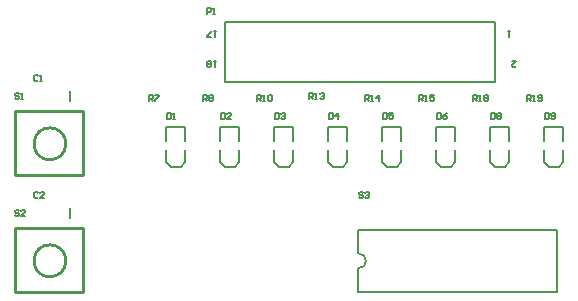
<source format=gto>
G04*
G04 #@! TF.GenerationSoftware,Altium Limited,Altium Designer,24.5.2 (23)*
G04*
G04 Layer_Color=65535*
%FSLAX44Y44*%
%MOMM*%
G71*
G04*
G04 #@! TF.SameCoordinates,B26EB2D3-40D5-4C0D-8AB9-A0D858DAE7C2*
G04*
G04*
G04 #@! TF.FilePolarity,Positive*
G04*
G01*
G75*
%ADD10C,0.2540*%
%ADD11C,0.2000*%
%ADD12C,0.1270*%
D10*
X86652Y169418D02*
G03*
X86652Y169418I-13500J0D01*
G01*
Y70358D02*
G03*
X86652Y70358I-13500J0D01*
G01*
X101092Y142748D02*
Y197358D01*
X43942D02*
X101092D01*
X43942Y142748D02*
Y197358D01*
Y142748D02*
X101092D01*
Y43688D02*
Y98298D01*
X43942D02*
X101092D01*
X43942Y43688D02*
Y98298D01*
Y43688D02*
X101092D01*
D11*
X334292Y64008D02*
G03*
X334292Y76708I0J6350D01*
G01*
X90152Y206058D02*
Y214058D01*
Y106998D02*
Y114998D01*
X220980Y272288D02*
X449580D01*
X220980Y221488D02*
X449580D01*
Y272288D01*
X220980Y221488D02*
Y272288D01*
X334292Y43858D02*
Y64008D01*
Y76708D02*
Y96858D01*
X502692Y43858D02*
Y96858D01*
X334292Y43858D02*
X502692D01*
X334292Y96858D02*
X502692D01*
X187832Y154418D02*
Y164418D01*
X171832Y154418D02*
X175832Y149418D01*
X183832D02*
X187832Y154418D01*
X171832D02*
Y164418D01*
X175832Y149418D02*
X183832D01*
X171832Y183418D02*
X187832D01*
Y171418D02*
Y183418D01*
X171832Y171418D02*
Y183418D01*
X233552Y154418D02*
Y164418D01*
X217552Y154418D02*
X221552Y149418D01*
X229552D02*
X233552Y154418D01*
X217552D02*
Y164418D01*
X221552Y149418D02*
X229552D01*
X217552Y183418D02*
X233552D01*
Y171418D02*
Y183418D01*
X217552Y171418D02*
Y183418D01*
X279272Y154418D02*
Y164418D01*
X263272Y154418D02*
X267272Y149418D01*
X275272D02*
X279272Y154418D01*
X263272D02*
Y164418D01*
X267272Y149418D02*
X275272D01*
X263272Y183418D02*
X279272D01*
Y171418D02*
Y183418D01*
X263272Y171418D02*
Y183418D01*
X324992Y154418D02*
Y164418D01*
X308992Y154418D02*
X312992Y149418D01*
X320992D02*
X324992Y154418D01*
X308992D02*
Y164418D01*
X312992Y149418D02*
X320992D01*
X308992Y183418D02*
X324992D01*
Y171418D02*
Y183418D01*
X308992Y171418D02*
Y183418D01*
X370712Y154418D02*
Y164418D01*
X354712Y154418D02*
X358712Y149418D01*
X366712D02*
X370712Y154418D01*
X354712D02*
Y164418D01*
X358712Y149418D02*
X366712D01*
X354712Y183418D02*
X370712D01*
Y171418D02*
Y183418D01*
X354712Y171418D02*
Y183418D01*
X416432Y154418D02*
Y164418D01*
X400432Y154418D02*
X404432Y149418D01*
X412432D02*
X416432Y154418D01*
X400432D02*
Y164418D01*
X404432Y149418D02*
X412432D01*
X400432Y183418D02*
X416432D01*
Y171418D02*
Y183418D01*
X400432Y171418D02*
Y183418D01*
X462152Y154418D02*
Y164418D01*
X446152Y154418D02*
X450152Y149418D01*
X458152D02*
X462152Y154418D01*
X446152D02*
Y164418D01*
X450152Y149418D02*
X458152D01*
X446152Y183418D02*
X462152D01*
Y171418D02*
Y183418D01*
X446152Y171418D02*
Y183418D01*
X507872Y154418D02*
Y164418D01*
X491872Y154418D02*
X495872Y149418D01*
X503872D02*
X507872Y154418D01*
X491872D02*
Y164418D01*
X495872Y149418D02*
X503872D01*
X491872Y183418D02*
X507872D01*
Y171418D02*
Y183418D01*
X491872Y171418D02*
Y183418D01*
D12*
X213360Y239268D02*
X211667D01*
X212514D01*
Y234190D01*
X213360Y235036D01*
X209128D02*
X208282Y234190D01*
X206589D01*
X205742Y235036D01*
Y235882D01*
X206589Y236729D01*
X205742Y237575D01*
Y238422D01*
X206589Y239268D01*
X208282D01*
X209128Y238422D01*
Y237575D01*
X208282Y236729D01*
X209128Y235882D01*
Y235036D01*
X208282Y236729D02*
X206589D01*
X213360Y264668D02*
X211667D01*
X212514D01*
Y259590D01*
X213360Y260436D01*
X209128Y259590D02*
X205742D01*
Y260436D01*
X209128Y263822D01*
Y264668D01*
X462280D02*
X460587D01*
X461434D01*
Y259590D01*
X462280Y260436D01*
X463974Y239268D02*
X467360D01*
X463974Y235882D01*
Y235036D01*
X464821Y234190D01*
X466514D01*
X467360Y235036D01*
X337904Y127676D02*
X337057Y128522D01*
X335364D01*
X334518Y127676D01*
Y126830D01*
X335364Y125983D01*
X337057D01*
X337904Y125137D01*
Y124290D01*
X337057Y123444D01*
X335364D01*
X334518Y124290D01*
X339596Y127676D02*
X340443Y128522D01*
X342136D01*
X342982Y127676D01*
Y126830D01*
X342136Y125983D01*
X341289D01*
X342136D01*
X342982Y125137D01*
Y124290D01*
X342136Y123444D01*
X340443D01*
X339596Y124290D01*
X46566Y112182D02*
X45719Y113028D01*
X44026D01*
X43180Y112182D01*
Y111336D01*
X44026Y110489D01*
X45719D01*
X46566Y109643D01*
Y108796D01*
X45719Y107950D01*
X44026D01*
X43180Y108796D01*
X51644Y107950D02*
X48258D01*
X51644Y111336D01*
Y112182D01*
X50798Y113028D01*
X49105D01*
X48258Y112182D01*
X46566Y211242D02*
X45719Y212088D01*
X44026D01*
X43180Y211242D01*
Y210396D01*
X44026Y209549D01*
X45719D01*
X46566Y208703D01*
Y207856D01*
X45719Y207010D01*
X44026D01*
X43180Y207856D01*
X48258Y207010D02*
X49951D01*
X49105D01*
Y212088D01*
X48258Y211242D01*
X477266Y205994D02*
Y211072D01*
X479805D01*
X480652Y210226D01*
Y208533D01*
X479805Y207687D01*
X477266D01*
X478959D02*
X480652Y205994D01*
X482344D02*
X484037D01*
X483191D01*
Y211072D01*
X482344Y210226D01*
X486576Y206840D02*
X487423Y205994D01*
X489115D01*
X489962Y206840D01*
Y210226D01*
X489115Y211072D01*
X487423D01*
X486576Y210226D01*
Y209380D01*
X487423Y208533D01*
X489962D01*
X431546Y205994D02*
Y211072D01*
X434085D01*
X434932Y210226D01*
Y208533D01*
X434085Y207687D01*
X431546D01*
X433239D02*
X434932Y205994D01*
X436624D02*
X438317D01*
X437471D01*
Y211072D01*
X436624Y210226D01*
X440856D02*
X441703Y211072D01*
X443396D01*
X444242Y210226D01*
Y209380D01*
X443396Y208533D01*
X444242Y207687D01*
Y206840D01*
X443396Y205994D01*
X441703D01*
X440856Y206840D01*
Y207687D01*
X441703Y208533D01*
X440856Y209380D01*
Y210226D01*
X441703Y208533D02*
X443396D01*
X385826Y205994D02*
Y211072D01*
X388365D01*
X389212Y210226D01*
Y208533D01*
X388365Y207687D01*
X385826D01*
X387519D02*
X389212Y205994D01*
X390904D02*
X392597D01*
X391751D01*
Y211072D01*
X390904Y210226D01*
X398522Y211072D02*
X395136D01*
Y208533D01*
X396829Y209380D01*
X397676D01*
X398522Y208533D01*
Y206840D01*
X397676Y205994D01*
X395983D01*
X395136Y206840D01*
X340106Y205994D02*
Y211072D01*
X342645D01*
X343492Y210226D01*
Y208533D01*
X342645Y207687D01*
X340106D01*
X341799D02*
X343492Y205994D01*
X345184D02*
X346877D01*
X346031D01*
Y211072D01*
X345184Y210226D01*
X351955Y205994D02*
Y211072D01*
X349416Y208533D01*
X352802D01*
X292354Y207264D02*
Y212342D01*
X294893D01*
X295740Y211496D01*
Y209803D01*
X294893Y208957D01*
X292354D01*
X294047D02*
X295740Y207264D01*
X297432D02*
X299125D01*
X298279D01*
Y212342D01*
X297432Y211496D01*
X301664D02*
X302511Y212342D01*
X304203D01*
X305050Y211496D01*
Y210650D01*
X304203Y209803D01*
X303357D01*
X304203D01*
X305050Y208957D01*
Y208110D01*
X304203Y207264D01*
X302511D01*
X301664Y208110D01*
X248666Y205994D02*
Y211072D01*
X251205D01*
X252052Y210226D01*
Y208533D01*
X251205Y207687D01*
X248666D01*
X250359D02*
X252052Y205994D01*
X253744D02*
X255437D01*
X254591D01*
Y211072D01*
X253744Y210226D01*
X257976D02*
X258823Y211072D01*
X260515D01*
X261362Y210226D01*
Y206840D01*
X260515Y205994D01*
X258823D01*
X257976Y206840D01*
Y210226D01*
X202946Y205994D02*
Y211072D01*
X205485D01*
X206332Y210226D01*
Y208533D01*
X205485Y207687D01*
X202946D01*
X204639D02*
X206332Y205994D01*
X208024Y210226D02*
X208871Y211072D01*
X210564D01*
X211410Y210226D01*
Y209380D01*
X210564Y208533D01*
X211410Y207687D01*
Y206840D01*
X210564Y205994D01*
X208871D01*
X208024Y206840D01*
Y207687D01*
X208871Y208533D01*
X208024Y209380D01*
Y210226D01*
X208871Y208533D02*
X210564D01*
X157226Y205994D02*
Y211072D01*
X159765D01*
X160612Y210226D01*
Y208533D01*
X159765Y207687D01*
X157226D01*
X158919D02*
X160612Y205994D01*
X162304Y211072D02*
X165690D01*
Y210226D01*
X162304Y206840D01*
Y205994D01*
X205740Y279654D02*
Y284732D01*
X208279D01*
X209126Y283886D01*
Y282193D01*
X208279Y281347D01*
X205740D01*
X210818Y279654D02*
X212511D01*
X211665D01*
Y284732D01*
X210818Y283886D01*
X492252Y195832D02*
Y190754D01*
X494791D01*
X495638Y191600D01*
Y194986D01*
X494791Y195832D01*
X492252D01*
X497330Y191600D02*
X498177Y190754D01*
X499869D01*
X500716Y191600D01*
Y194986D01*
X499869Y195832D01*
X498177D01*
X497330Y194986D01*
Y194140D01*
X498177Y193293D01*
X500716D01*
X446532Y195832D02*
Y190754D01*
X449071D01*
X449918Y191600D01*
Y194986D01*
X449071Y195832D01*
X446532D01*
X451610Y194986D02*
X452457Y195832D01*
X454150D01*
X454996Y194986D01*
Y194140D01*
X454150Y193293D01*
X454996Y192447D01*
Y191600D01*
X454150Y190754D01*
X452457D01*
X451610Y191600D01*
Y192447D01*
X452457Y193293D01*
X451610Y194140D01*
Y194986D01*
X452457Y193293D02*
X454150D01*
X400812Y195832D02*
Y190754D01*
X403351D01*
X404198Y191600D01*
Y194986D01*
X403351Y195832D01*
X400812D01*
X409276D02*
X407583Y194986D01*
X405890Y193293D01*
Y191600D01*
X406737Y190754D01*
X408429D01*
X409276Y191600D01*
Y192447D01*
X408429Y193293D01*
X405890D01*
X355092Y195832D02*
Y190754D01*
X357631D01*
X358478Y191600D01*
Y194986D01*
X357631Y195832D01*
X355092D01*
X363556D02*
X360170D01*
Y193293D01*
X361863Y194140D01*
X362710D01*
X363556Y193293D01*
Y191600D01*
X362710Y190754D01*
X361017D01*
X360170Y191600D01*
X309372Y195832D02*
Y190754D01*
X311911D01*
X312758Y191600D01*
Y194986D01*
X311911Y195832D01*
X309372D01*
X316989Y190754D02*
Y195832D01*
X314450Y193293D01*
X317836D01*
X263652Y195832D02*
Y190754D01*
X266191D01*
X267038Y191600D01*
Y194986D01*
X266191Y195832D01*
X263652D01*
X268730Y194986D02*
X269577Y195832D01*
X271269D01*
X272116Y194986D01*
Y194140D01*
X271269Y193293D01*
X270423D01*
X271269D01*
X272116Y192447D01*
Y191600D01*
X271269Y190754D01*
X269577D01*
X268730Y191600D01*
X217932Y195832D02*
Y190754D01*
X220471D01*
X221318Y191600D01*
Y194986D01*
X220471Y195832D01*
X217932D01*
X226396Y190754D02*
X223010D01*
X226396Y194140D01*
Y194986D01*
X225550Y195832D01*
X223857D01*
X223010Y194986D01*
X172212Y195832D02*
Y190754D01*
X174751D01*
X175598Y191600D01*
Y194986D01*
X174751Y195832D01*
X172212D01*
X177290Y190754D02*
X178983D01*
X178137D01*
Y195832D01*
X177290Y194986D01*
X62822Y127676D02*
X61975Y128522D01*
X60282D01*
X59436Y127676D01*
Y124290D01*
X60282Y123444D01*
X61975D01*
X62822Y124290D01*
X67900Y123444D02*
X64514D01*
X67900Y126830D01*
Y127676D01*
X67053Y128522D01*
X65361D01*
X64514Y127676D01*
X62822Y226736D02*
X61975Y227582D01*
X60282D01*
X59436Y226736D01*
Y223350D01*
X60282Y222504D01*
X61975D01*
X62822Y223350D01*
X64514Y222504D02*
X66207D01*
X65361D01*
Y227582D01*
X64514Y226736D01*
M02*

</source>
